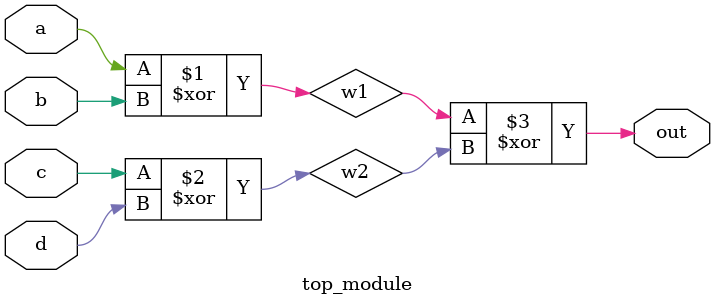
<source format=v>
module top_module(
    input a,
    input b,
    input c,
    input d,
    output out  ); 
wire w1,w2;
    assign w1=a^b;
    assign w2=c^d;
    assign out=w1^w2;
endmodule

</source>
